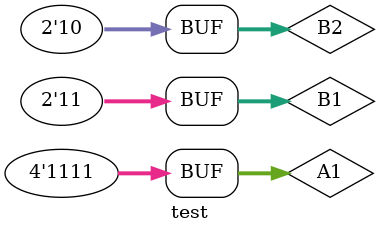
<source format=v>
`timescale 1ns / 1ps

module test;
    
    // Inputs  always reg
	reg [3:0] A1;
	reg [1:0] B1, B2;
	// Outputs  always wire
	wire [7:0] m;
	
	
	// Instantiate the Unit Under Test (UUT)
	Top uut (A1, B1, B2, m);                 // circuit 1
    
	initial begin
		// Initialize Inputs
		
		A1 = 'b0; B1 = 0; B2 = 0; #100;         // all zero
		A1 = 'ha; B1 = 3; B2 = 3; #100;        // max values (all ones)
		A1 = 15; B1 = 0; B2 = 0; #100;
		A1 = 4'b0000; B2 = 3; B2 = 3; #100;
		
        A1 = 1; B1 = 1; B2 = 1; #100;         // normal tests
        A1 = 10; B1 = 2; B2 = 3; #100;
		A1 = 6; B1 = 3; B2 = 0; #100;
		A1 = 15; B1 = 3; B2 = 2;

	 end  
   
endmodule


</source>
